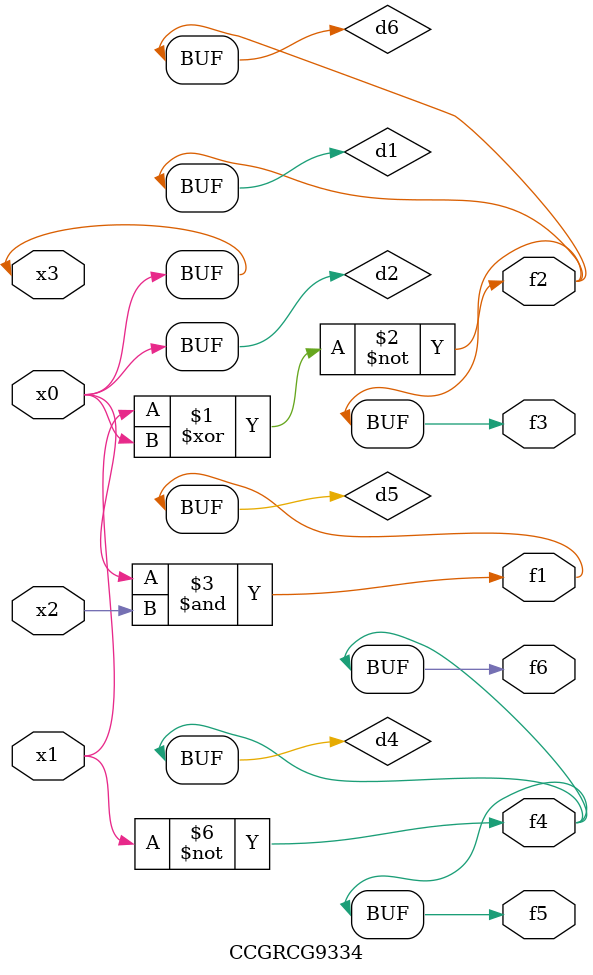
<source format=v>
module CCGRCG9334(
	input x0, x1, x2, x3,
	output f1, f2, f3, f4, f5, f6
);

	wire d1, d2, d3, d4, d5, d6;

	xnor (d1, x1, x3);
	buf (d2, x0, x3);
	nand (d3, x0, x2);
	not (d4, x1);
	nand (d5, d3);
	or (d6, d1);
	assign f1 = d5;
	assign f2 = d6;
	assign f3 = d6;
	assign f4 = d4;
	assign f5 = d4;
	assign f6 = d4;
endmodule

</source>
